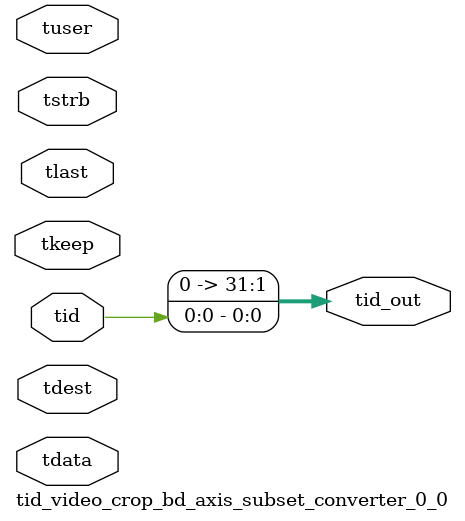
<source format=v>


`timescale 1ps/1ps

module tid_video_crop_bd_axis_subset_converter_0_0 #
(
parameter C_S_AXIS_TID_WIDTH   = 1,
parameter C_S_AXIS_TUSER_WIDTH = 0,
parameter C_S_AXIS_TDATA_WIDTH = 0,
parameter C_S_AXIS_TDEST_WIDTH = 0,
parameter C_M_AXIS_TID_WIDTH   = 32
)
(
input  [(C_S_AXIS_TID_WIDTH   == 0 ? 1 : C_S_AXIS_TID_WIDTH)-1:0       ] tid,
input  [(C_S_AXIS_TDATA_WIDTH == 0 ? 1 : C_S_AXIS_TDATA_WIDTH)-1:0     ] tdata,
input  [(C_S_AXIS_TUSER_WIDTH == 0 ? 1 : C_S_AXIS_TUSER_WIDTH)-1:0     ] tuser,
input  [(C_S_AXIS_TDEST_WIDTH == 0 ? 1 : C_S_AXIS_TDEST_WIDTH)-1:0     ] tdest,
input  [(C_S_AXIS_TDATA_WIDTH/8)-1:0 ] tkeep,
input  [(C_S_AXIS_TDATA_WIDTH/8)-1:0 ] tstrb,
input                                                                    tlast,
output [(C_M_AXIS_TID_WIDTH   == 0 ? 1 : C_M_AXIS_TID_WIDTH)-1:0       ] tid_out
);

assign tid_out = {tid[0:0]};

endmodule


</source>
